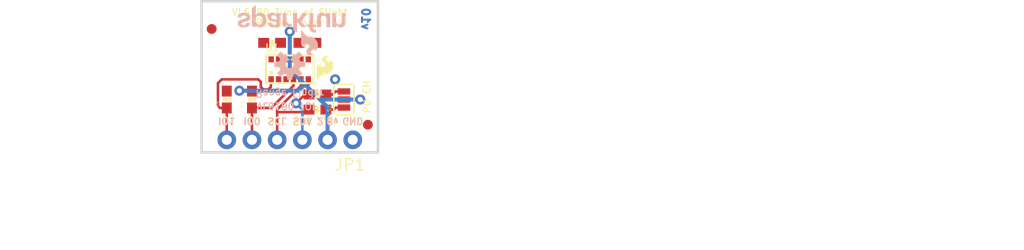
<source format=kicad_pcb>
(kicad_pcb (version 20211014) (generator pcbnew)
  (layers (0 "F.Cu" signal) (31 "B.Cu" signal) (34 "B.Paste" user) (35 "F.Paste" user) (36 "B.SilkS" user "B.Silkscreen") (37 "F.SilkS" user "F.Silkscreen") (38 "B.Mask" user) (39 "F.Mask" user) (44 "Edge.Cuts" user))
  (net 0 "")
  (net 1 "GPIO0")
  (net 2 "SCL")
  (net 3 "SDA")
  (net 4 "GPIO1")
  (net 5 "GND")
  (net 6 "2.8V")
  (net 7 "N$1")
  (net 8 "N$2")
  (footprint "boardEagle:0603-CAP" (layer "F.Cu") (at 150.2791 101.5746)
    (fp_text reference "C1" (at -0.889 -0.762) (layer "F.SilkS") (effects (font (size 0.373888 0.373888) (thickness 0.032512)) (justify left bottom)))
    (fp_text value "4.7uF")
    (fp_line (start 0 -0.0305) (end 0 0.0305) (layer "F.SilkS") (width 0.5588))
    (pad "1" smd rect (at -0.85 0) (size 1.1 1) (layers "F.Cu" "F.Paste" "F.Mask") (net 6 "2.8V"))
    (pad "2" smd rect (at 0.85 0) (size 1.1 1) (layers "F.Cu" "F.Paste" "F.Mask") (net 5 "GND"))
  )
  (footprint "boardEagle:STAND-OFF" (layer "F.Cu") (at 154.8511 102.4636)
    (fp_text reference "STANDOFF2" hide)
    (fp_text value "STAND-OFF" hide)
    (pad "" np_thru_hole circle (at 0 0) (size 3.302 3.302) (drill 3.302) (layers *.Cu *.Mask))
  )
  (footprint "boardEagle:PAD-JUMPER-3-NC_BY_PASTE_YES_SILK_FULL_BOX" (layer "F.Cu") (at 153.9621 107.2896 90)
    (fp_text reference "SJ1" (at -1.27 -1.27 90) (layer "F.SilkS") (effects (font (size 0.373888 0.373888) (thickness 0.032512)) (justify left bottom)))
    (fp_text value "")
    (fp_line (start -1.27 -1.016) (end 1.27 -1.016) (layer "F.SilkS") (width 0.1524))
    (fp_line (start 1.27 1.016) (end -1.27 1.016) (layer "F.SilkS") (width 0.1524))
    (fp_line (start 1.524 0.762) (end 1.524 -0.762) (layer "F.SilkS") (width 0.1524))
    (fp_line (start -1.524 0.762) (end -1.524 -0.762) (layer "F.SilkS") (width 0.1524))
    (fp_arc (start -1.524 -0.762) (mid -1.449605 -0.941605) (end -1.27 -1.016) (layer "F.SilkS") (width 0.1524))
    (fp_arc (start -1.27 1.016) (mid -1.449605 0.941605) (end -1.524 0.762) (layer "F.SilkS") (width 0.1524))
    (fp_arc (start 1.27 -1.016) (mid 1.449605 -0.941605) (end 1.524 -0.762) (layer "F.SilkS") (width 0.1524))
    (fp_arc (start 1.524 0.762) (mid 1.449605 0.941605) (end 1.27 1.016) (layer "F.SilkS") (width 0.1524))
    (pad "1" smd rect (at -0.8128 0 90) (size 0.635 1.27) (layers "F.Cu" "F.Mask") (net 7 "N$1"))
    (pad "2" smd rect (at 0 0 90) (size 0.635 1.27) (layers "F.Cu" "F.Mask") (net 6 "2.8V"))
    (pad "3" smd rect (at 0.8128 0 90) (size 0.635 1.27) (layers "F.Cu" "F.Mask") (net 8 "N$2"))
  )
  (footprint "boardEagle:CREATIVE_COMMONS" (layer "F.Cu") (at 139.6111 122.1236)
    (fp_text reference "FRAME1" hide)
    (fp_text value "FRAME-LETTER" hide)
  )
  (footprint "boardEagle:VL6180" (layer "F.Cu") (at 148.5011 104.2416)
    (fp_text reference "U1" (at -2.54 -1.778) (layer "F.SilkS") (effects (font (size 0.69088 0.69088) (thickness 0.12192)) (justify left bottom)))
    (fp_text value "VL6180")
    (fp_line (start -2.4 1.4) (end -2.4 -1.4) (layer "F.SilkS") (width 0.2032))
    (fp_line (start 2.4 1.4) (end -2.4 1.4) (layer "F.SilkS") (width 0.2032))
    (fp_line (start 2.4 -1.4) (end 2.4 1.4) (layer "F.SilkS") (width 0.2032))
    (fp_line (start -2.4 -1.4) (end 2.4 -1.4) (layer "F.SilkS") (width 0.2032))
    (fp_circle (center -1.905 0.381) (end -1.778 0.381) (layer "F.SilkS") (width 0.2032) (fill none))
    (pad "1" smd rect (at -1.875 1) (size 0.55 0.6) (layers "F.Cu" "F.Mask") (net 4 "GPIO1"))
    (pad "2" smd rect (at -1.125 1) (size 0.55 0.6) (layers "F.Cu" "F.Mask"))
    (pad "3" smd rect (at -0.375 1) (size 0.55 0.6) (layers "F.Cu" "F.Mask"))
    (pad "4" smd rect (at 0.375 1) (size 0.55 0.6) (layers "F.Cu" "F.Mask") (net 1 "GPIO0"))
    (pad "5" smd rect (at 1.125 1) (size 0.55 0.6) (layers "F.Cu" "F.Mask") (net 2 "SCL"))
    (pad "6" smd rect (at 1.875 1) (size 0.55 0.6) (layers "F.Cu" "F.Mask") (net 3 "SDA"))
    (pad "7" smd rect (at 1.875 -1) (size 0.55 0.6) (layers "F.Cu" "F.Mask"))
    (pad "8" smd rect (at 1.125 -1) (size 0.55 0.6) (layers "F.Cu" "F.Mask") (net 6 "2.8V"))
    (pad "9" smd rect (at 0.375 -1) (size 0.55 0.6) (layers "F.Cu" "F.Mask") (net 5 "GND"))
    (pad "10" smd rect (at -0.375 -1) (size 0.55 0.6) (layers "F.Cu" "F.Mask") (net 6 "2.8V"))
    (pad "11" smd rect (at -1.125 -1) (size 0.55 0.6) (layers "F.Cu" "F.Mask"))
    (pad "12" smd rect (at -1.875 -1) (size 0.55 0.6) (layers "F.Cu" "F.Mask") (net 5 "GND"))
  )
  (footprint "boardEagle:0603-RES" (layer "F.Cu") (at 151.2951 108.3056)
    (fp_text reference "R2" (at -0.889 -0.762) (layer "F.SilkS") (effects (font (size 0.373888 0.373888) (thickness 0.032512)) (justify left bottom)))
    (fp_text value "2.2k")
    (fp_poly (pts (xy -0.2286 0.381) (xy 0.2286 0.381) (xy 0.2286 -0.381) (xy -0.2286 -0.381)) (layer "F.SilkS") (width 0) (fill solid))
    (pad "1" smd rect (at -0.85 0) (size 1.1 1) (layers "F.Cu" "F.Paste" "F.Mask") (net 2 "SCL"))
    (pad "2" smd rect (at 0.85 0) (size 1.1 1) (layers "F.Cu" "F.Paste" "F.Mask") (net 7 "N$1"))
  )
  (footprint "boardEagle:0603-RES" (layer "F.Cu") (at 151.2951 106.7816)
    (fp_text reference "R3" (at -0.889 -0.762) (layer "F.SilkS") (effects (font (size 0.373888 0.373888) (thickness 0.032512)) (justify left bottom)))
    (fp_text value "2.2k")
    (fp_poly (pts (xy -0.2286 0.381) (xy 0.2286 0.381) (xy 0.2286 -0.381) (xy -0.2286 -0.381)) (layer "F.SilkS") (width 0) (fill solid))
    (pad "1" smd rect (at -0.85 0) (size 1.1 1) (layers "F.Cu" "F.Paste" "F.Mask") (net 3 "SDA"))
    (pad "2" smd rect (at 0.85 0) (size 1.1 1) (layers "F.Cu" "F.Paste" "F.Mask") (net 8 "N$2"))
  )
  (footprint "boardEagle:SFE_LOGO_FLAME_.1" (layer "F.Cu") (at 150.9141 105.7656)
    (fp_text reference "U$2" hide)
    (fp_text value "" hide)
    (fp_poly (pts (xy 1.4 -2.87) (xy 1.54 -2.8) (xy 1.58 -2.77) (xy 1.59 -2.76) (xy 1.58 -2.76) (xy 1.56 -2.77) (xy 1.5 -2.77) (xy 1.46 -2.76) (xy 1.41 -2.75) (xy 1.37 -2.73) (xy 1.33 -2.7) (xy 1.31 -2.67) (xy 1.3 -2.65) (xy 1.29 -2.62) (xy 1.29 -2.56) (xy 1.3 -2.52) (xy 1.34 -2.46) (xy 1.4 -2.4) (xy 1.44 -2.37) (xy 1.47 -2.35) (xy 1.51 -2.33) (xy 1.59 -2.31) (xy 1.62 -2.31) (xy 1.65 -2.32) (xy 1.68 -2.35) (xy 1.69 -2.37) (xy 1.7 -2.4) (xy 1.7 -2.49) (xy 1.78 -2.44) (xy 1.86 -2.35) (xy 1.93 -2.24) (xy 1.98 -2.09) (xy 2.01 -1.93) (xy 2 -1.76) (xy 1.95 -1.57) (xy 1.85 -1.39) (xy 1.78 -1.3) (xy 1.7 -1.22) (xy 1.62 -1.15) (xy 1.52 -1.09) (xy 1.42 -1.05) (xy 1.31 -1.02) (xy 1.19 -1) (xy 1 -1) (xy 0.94 -0.99) (xy 0.84 -0.93) (xy 0.74 -0.83) (xy 0.62 -0.69) (xy 0.5 -0.57) (xy 0.45 -0.51) (xy 0.4 -0.46) (xy 0.37 -0.41) (xy 0.32 -0.36) (xy 0.32 -1.73) (xy 0.33 -1.81) (xy 0.35 -1.88) (xy 0.41 -1.98) (xy 0.46 -2.02) (xy 0.5 -2.05) (xy 0.55 -2.07) (xy 0.6 -2.08) (xy 0.66 -2.09) (xy 0.78 -2.09) (xy 0.82 -2.07) (xy 0.81 -2.06) (xy 0.77 -2.04) (xy 0.74 -2.03) (xy 0.68 -1.97) (xy 0.67 -1.94) (xy 0.67 -1.9) (xy 0.68 -1.87) (xy 0.7 -1.84) (xy 0.76 -1.78) (xy 0.81 -1.76) (xy 0.86 -1.75) (xy 0.94 -1.75) (xy 1.02 -1.77) (xy 1.08 -1.81) (xy 1.12 -1.86) (xy 1.14 -1.92) (xy 1.14 -1.99) (xy 1.11 -2.07) (xy 1.04 -2.14) (xy 0.96 -2.23) (xy 0.89 -2.31) (xy 0.84 -2.4) (xy 0.82 -2.49) (xy 0.82 -2.57) (xy 0.85 -2.66) (xy 0.9 -2.74) (xy 0.99 -2.81) (xy 1.1 -2.87) (xy 1.21 -2.89) (xy 1.31 -2.89)) (layer "F.SilkS") (width 0) (fill solid))
  )
  (footprint "boardEagle:0603-RES" (layer "F.Cu") (at 144.6911 107.2896 90)
    (fp_text reference "R1" (at -0.889 -0.762 90) (layer "F.SilkS") (effects (font (size 0.373888 0.373888) (thickness 0.032512)) (justify left bottom)))
    (fp_text value "47K")
    (fp_poly (pts (xy -0.2286 0.381) (xy 0.2286 0.381) (xy 0.2286 -0.381) (xy -0.2286 -0.381)) (layer "F.SilkS") (width 0) (fill solid))
    (pad "1" smd rect (at -0.85 0 90) (size 1.1 1) (layers "F.Cu" "F.Paste" "F.Mask") (net 1 "GPIO0"))
    (pad "2" smd rect (at 0.85 0 90) (size 1.1 1) (layers "F.Cu" "F.Paste" "F.Mask") (net 6 "2.8V"))
  )
  (footprint "boardEagle:FIDUCIAL-1X2" (layer "F.Cu") (at 156.3751 109.8296)
    (fp_text reference "FID1" hide)
    (fp_text value "FIDUCIAL1X2" hide)
    (pad "1" smd roundrect (at 0 0) (size 1 1) (layers "F.Cu" "F.Mask") (roundrect_rratio 0.5))
  )
  (footprint "boardEagle:0603-RES" (layer "F.Cu") (at 142.1511 107.2896 90)
    (fp_text reference "R4" (at -0.889 -0.762 90) (layer "F.SilkS") (effects (font (size 0.373888 0.373888) (thickness 0.032512)) (justify left bottom)))
    (fp_text value "47K")
    (fp_poly (pts (xy -0.2286 0.381) (xy 0.2286 0.381) (xy 0.2286 -0.381) (xy -0.2286 -0.381)) (layer "F.SilkS") (width 0) (fill solid))
    (pad "1" smd rect (at -0.85 0 90) (size 1.1 1) (layers "F.Cu" "F.Paste" "F.Mask") (net 4 "GPIO1"))
    (pad "2" smd rect (at 0.85 0 90) (size 1.1 1) (layers "F.Cu" "F.Paste" "F.Mask") (net 6 "2.8V"))
  )
  (footprint "boardEagle:FIDUCIAL-1X2" (layer "F.Cu") (at 140.6271 100.1776)
    (fp_text reference "FID2" hide)
    (fp_text value "FIDUCIAL1X2" hide)
    (pad "1" smd roundrect (at 0 0) (size 1 1) (layers "F.Cu" "F.Mask") (roundrect_rratio 0.5))
  )
  (footprint "boardEagle:1X06" (layer "F.Cu") (at 154.8511 111.3536 180)
    (fp_text reference "JP1" (at -1.3462 -1.8288 180) (layer "F.SilkS") (effects (font (size 1.143 1.143) (thickness 0.127)) (justify right top)))
    (fp_text value "")
    (pad "1" thru_hole circle (at 0 0 270) (size 1.8796 1.8796) (drill 1.016) (layers *.Cu *.Mask) (net 5 "GND"))
    (pad "2" thru_hole circle (at 2.54 0 270) (size 1.8796 1.8796) (drill 1.016) (layers *.Cu *.Mask) (net 6 "2.8V"))
    (pad "3" thru_hole circle (at 5.08 0 270) (size 1.8796 1.8796) (drill 1.016) (layers *.Cu *.Mask) (net 3 "SDA"))
    (pad "4" thru_hole circle (at 7.62 0 270) (size 1.8796 1.8796) (drill 1.016) (layers *.Cu *.Mask) (net 2 "SCL"))
    (pad "5" thru_hole circle (at 10.16 0 270) (size 1.8796 1.8796) (drill 1.016) (layers *.Cu *.Mask) (net 1 "GPIO0"))
    (pad "6" thru_hole circle (at 12.7 0 270) (size 1.8796 1.8796) (drill 1.016) (layers *.Cu *.Mask) (net 4 "GPIO1"))
  )
  (footprint "boardEagle:STAND-OFF" (layer "F.Cu") (at 142.1511 102.4636)
    (fp_text reference "STANDOFF1" hide)
    (fp_text value "STAND-OFF" hide)
    (pad "" np_thru_hole circle (at 0 0) (size 3.302 3.302) (drill 3.302) (layers *.Cu *.Mask))
  )
  (footprint "boardEagle:0603-CAP" (layer "F.Cu") (at 146.7231 101.5746 180)
    (fp_text reference "C2" (at -0.889 -0.762 180) (layer "F.SilkS") (effects (font (size 0.373888 0.373888) (thickness 0.032512)) (justify right top)))
    (fp_text value "0.1uF")
    (fp_line (start 0 -0.0305) (end 0 0.0305) (layer "F.SilkS") (width 0.5588))
    (pad "1" smd rect (at -0.85 0 180) (size 1.1 1) (layers "F.Cu" "F.Paste" "F.Mask") (net 6 "2.8V"))
    (pad "2" smd rect (at 0.85 0 180) (size 1.1 1) (layers "F.Cu" "F.Paste" "F.Mask") (net 5 "GND"))
  )
  (footprint "boardEagle:SFE_LOGO_NAME_FLAME_.1" (layer "B.Cu") (at 142.7861 97.6376)
    (fp_text reference "LOGO1" hide)
    (fp_text value "SFE_LOGO_NAME_FLAME.1_INCH" hide)
    (fp_poly (pts (xy 1.31 2.37) (xy 1.41 2.34) (xy 1.5 2.3) (xy 1.58 2.24) (xy 1.64 2.16) (xy 1.69 2.06) (xy 1.71 1.94) (xy 1.34 1.94) (xy 1.33 1.99) (xy 1.31 2.04) (xy 1.29 2.07) (xy 1.26 2.09) (xy 1.22 2.11) (xy 1.17 2.13) (xy 1 2.13) (xy 0.97 2.12) (xy 0.93 2.11) (xy 0.9 2.1) (xy 0.86 2.04) (xy 0.86 2) (xy 0.87 1.96) (xy 0.9 1.92) (xy 0.94 1.89) (xy 1 1.86) (xy 1.06 1.84) (xy 1.14 1.83) (xy 1.38 1.77) (xy 1.47 1.75) (xy 1.61 1.67) (xy 1.67 1.62) (xy 1.71 1.56) (xy 1.74 1.49) (xy 1.75 1.4) (xy 1.73 1.27) (xy 1.69 1.16) (xy 1.63 1.08) (xy 1.55 1.01) (xy 1.45 0.96) (xy 1.34 0.93) (xy 1.22 0.91) (xy 1.1 0.9) (xy 0.98 0.91) (xy 0.86 0.93) (xy 0.75 0.96) (xy 0.65 1.01) (xy 0.57 1.08) (xy 0.5 1.17) (xy 0.46 1.27) (xy 0.44 1.4) (xy 0.81 1.4) (xy 0.81 1.34) (xy 0.83 1.29) (xy 0.86 1.25) (xy 0.94 1.19) (xy 1 1.18) (xy 1.05 1.17) (xy 1.11 1.16) (xy 1.15 1.17) (xy 1.19 1.17) (xy 1.23 1.18) (xy 1.27 1.2) (xy 1.31 1.23) (xy 1.34 1.26) (xy 1.36 1.34) (xy 1.35 1.38) (xy 1.33 1.42) (xy 1.29 1.45) (xy 1.24 1.48) (xy 1.18 1.5) (xy 1.02 1.54) (xy 0.92 1.56) (xy 0.83 1.58) (xy 0.75 1.61) (xy 0.68 1.64) (xy 0.61 1.68) (xy 0.55 1.72) (xy 0.51 1.78) (xy 0.48 1.85) (xy 0.47 1.94) (xy 0.48 2.06) (xy 0.52 2.16) (xy 0.59 2.24) (xy 0.66 2.3) (xy 0.76 2.35) (xy 0.86 2.37) (xy 0.97 2.39) (xy 1.2 2.39)) (layer "B.SilkS") (width 0) (fill solid))
    (fp_poly (pts (xy 8.85 1.56) (xy 8.87 1.4) (xy 8.88 1.34) (xy 8.94 1.26) (xy 8.99 1.23) (xy 9.04 1.22) (xy 9.1 1.21) (xy 9.18 1.22) (xy 9.24 1.23) (xy 9.29 1.26) (xy 9.33 1.3) (xy 9.36 1.36) (xy 9.39 1.43) (xy 9.4 1.51) (xy 9.4 2.36) (xy 9.79 2.36) (xy 9.79 0.94) (xy 9.42 0.94) (xy 9.42 1.14) (xy 9.41 1.14) (xy 9.37 1.08) (xy 9.33 1.03) (xy 9.28 0.99) (xy 9.22 0.96) (xy 9.17 0.94) (xy 9.11 0.92) (xy 9.04 0.91) (xy 8.98 0.9) (xy 8.84 0.91) (xy 8.73 0.95) (xy 8.64 1) (xy 8.57 1.06) (xy 8.52 1.15) (xy 8.49 1.25) (xy 8.47 1.36) (xy 8.47 2.36) (xy 8.85 2.36)) (layer "B.SilkS") (width 0) (fill solid))
    (fp_poly (pts (xy 10.95 2.38) (xy 11.06 2.35) (xy 11.15 2.3) (xy 11.22 2.23) (xy 11.27 2.15) (xy 11.3 2.05) (xy 11.32 1.94) (xy 11.33 1.81) (xy 11.33 0.94) (xy 10.94 0.94) (xy 10.94 1.74) (xy 10.93 1.82) (xy 10.92 1.89) (xy 10.91 1.95) (xy 10.88 2) (xy 10.85 2.04) (xy 10.8 2.07) (xy 10.75 2.08) (xy 10.69 2.09) (xy 10.61 2.08) (xy 10.55 2.07) (xy 10.5 2.04) (xy 10.46 1.99) (xy 10.43 1.94) (xy 10.4 1.87) (xy 10.39 1.78) (xy 10.39 0.94) (xy 10 0.94) (xy 10 2.36) (xy 10.37 2.36) (xy 10.37 2.16) (xy 10.38 2.16) (xy 10.42 2.22) (xy 10.46 2.26) (xy 10.51 2.3) (xy 10.57 2.34) (xy 10.69 2.38) (xy 10.75 2.39) (xy 10.81 2.39)) (layer "B.SilkS") (width 0) (fill solid))
    (fp_poly (pts (xy 4.32 2.38) (xy 4.38 2.38) (xy 4.43 2.37) (xy 4.48 2.35) (xy 4.53 2.34) (xy 4.58 2.32) (xy 4.7 2.23) (xy 4.73 2.19) (xy 4.75 2.15) (xy 4.77 2.1) (xy 4.78 2.05) (xy 4.78 1.18) (xy 4.79 1.16) (xy 4.79 1.07) (xy 4.8 1.05) (xy 4.8 1.03) (xy 4.81 1.01) (xy 4.81 0.98) (xy 4.82 0.96) (xy 4.83 0.95) (xy 4.83 0.94) (xy 4.44 0.94) (xy 4.44 0.95) (xy 4.43 0.96) (xy 4.43 0.97) (xy 4.42 0.98) (xy 4.42 1.01) (xy 4.41 1.02) (xy 4.41 1.08) (xy 4.39 1.05) (xy 4.36 1.03) (xy 4.34 1.01) (xy 4.31 0.99) (xy 4.28 0.98) (xy 4.25 0.96) (xy 4.13 0.92) (xy 4.1 0.92) (xy 4.07 0.91) (xy 4.03 0.91) (xy 4 0.9) (xy 3.89 0.9) (xy 3.84 0.91) (xy 3.79 0.91) (xy 3.75 0.92) (xy 3.7 0.94) (xy 3.66 0.96) (xy 3.63 0.98) (xy 3.59 1) (xy 3.56 1.03) (xy 3.54 1.06) (xy 3.51 1.1) (xy 3.49 1.13) (xy 3.48 1.18) (xy 3.46 1.22) (xy 3.46 1.27) (xy 3.45 1.32) (xy 3.47 1.43) (xy 3.5 1.52) (xy 3.54 1.59) (xy 3.61 1.65) (xy 3.68 1.69) (xy 3.76 1.72) (xy 3.84 1.74) (xy 3.93 1.75) (xy 4.01 1.54) (xy 3.98 1.53) (xy 3.96 1.52) (xy 3.95 1.51) (xy 3.91 1.49) (xy 3.9 1.48) (xy 3.88 1.47) (xy 3.85 1.41) (xy 3.85 1.39) (xy 3.84 1.37) (xy 3.84 1.32) (xy 3.85 1.29) (xy 3.85 1.27) (xy 3.86 1.25) (xy 3.87 1.24) (xy 3.88 1.22) (xy 3.9 1.21) (xy 3.91 1.2) (xy 3.95 1.18) (xy 3.97 1.18) (xy 3.99 1.17) (xy 4.01 1.17) (xy 4.03 1.16) (xy 4.08 1.16) (xy 4.13 1.17) (xy 4.18 1.17) (xy 4.22 1.19) (xy 4.26 1.2) (xy 4.29 1.22) (xy 4.31 1.24) (xy 4.33 1.27) (xy 4.35 1.29) (xy 4.37 1.35) (xy 4.38 1.37) (xy 4.39 1.4) (xy 4.39 1.63) (xy 4.37 1.61) (xy 4.35 1.61) (xy 4.31 1.59) (xy 4.29 1.59) (xy 4.27 1.58) (xy 4.23 1.58) (xy 4.18 1.78) (xy 4.25 1.8) (xy 4.31 1.82) (xy 4.36 1.85) (xy 4.39 1.89) (xy 4.39 2) (xy 4.36 2.06) (xy 4.35 2.07) (xy 4.34 2.09) (xy 4.28 2.12) (xy 4.26 2.12) (xy 4.24 2.13) (xy 4.06 2.13) (xy 3.96 2.08) (xy 3.92 2.04) (xy 3.91 2.02) (xy 3.9 1.99) (xy 3.89 1.97) (xy 3.89 1.92) (xy 3.5 1.92) (xy 3.52 2.04) (xy 3.54 2.1) (xy 3.57 2.14) (xy 3.6 2.19) (xy 3.63 2.23) (xy 3.67 2.26) (xy 3.77 2.32) (xy 3.82 2.34) (xy 3.87 2.35) (xy 3.93 2.37) (xy 3.99 2.38) (xy 4.04 2.39) (xy 4.27 2.39)) (layer "B.SilkS") (width 0) (fill solid))
    (fp_poly (pts (xy 4.23 1.58) (xy 4.21 1.57) (xy 4.19 1.57) (xy 4.16 1.56) (xy 4.12 1.56) (xy 4.09 1.55) (xy 4.05 1.55) (xy 4.03 1.54) (xy 4.01 1.54) (xy 3.93 1.75) (xy 4.11 1.77) (xy 4.18 1.78)) (layer "B.SilkS") (width 0) (fill solid))
    (fp_poly (pts (xy 5.9 2.38) (xy 5.91 2.38) (xy 5.91 2.02) (xy 5.9 2.02) (xy 5.88 2.03) (xy 5.77 2.03) (xy 5.67 2.02) (xy 5.59 2) (xy 5.52 1.96) (xy 5.47 1.9) (xy 5.43 1.83) (xy 5.41 1.76) (xy 5.39 1.67) (xy 5.39 0.94) (xy 5 0.94) (xy 5 2.29) (xy 5.05 2.3) (xy 5.09 2.31) (xy 5.14 2.31) (xy 5.19 2.32) (xy 5.23 2.33) (xy 5.33 2.35) (xy 5.37 2.36) (xy 5.37 2.09) (xy 5.41 2.16) (xy 5.45 2.21) (xy 5.5 2.27) (xy 5.55 2.31) (xy 5.62 2.35) (xy 5.68 2.37) (xy 5.75 2.39) (xy 5.89 2.39)) (layer "B.SilkS") (width 0) (fill solid))
    (fp_poly (pts (xy 3.34 1.63) (xy 3.33 1.49) (xy 3.3 1.36) (xy 3.25 1.24) (xy 2.91 1.4) (xy 2.94 1.48) (xy 2.95 1.56) (xy 2.95 1.64)) (layer "B.SilkS") (width 0) (fill solid))
    (fp_poly (pts (xy 8.37 2.88) (xy 8.37 2.6) (xy 8.2 2.6) (xy 8.16 2.59) (xy 8.12 2.57) (xy 8.1 2.54) (xy 8.09 2.52) (xy 8.09 2.48) (xy 8.08 2.44) (xy 8.08 2.36) (xy 8.35 2.36) (xy 8.35 2.1) (xy 8.08 2.1) (xy 8.08 0.94) (xy 7.7 0.94) (xy 7.7 2.1) (xy 7.31 2.1) (xy 7.35 2.13) (xy 7.51 2.29) (xy 7.55 2.32) (xy 7.58 2.36) (xy 7.7 2.36) (xy 7.7 2.56) (xy 7.73 2.64) (xy 7.76 2.71) (xy 7.81 2.77) (xy 7.88 2.82) (xy 7.96 2.86) (xy 8.06 2.89) (xy 8.35 2.89)) (layer "B.SilkS") (width 0) (fill solid))
    (fp_poly (pts (xy 6.45 1.85) (xy 6.94 2.36) (xy 7.4 2.36) (xy 6.87 1.84) (xy 7.46 0.94) (xy 6.99 0.94) (xy 6.6 1.57) (xy 6.45 1.43) (xy 6.45 0.94) (xy 6.06 0.94) (xy 6.06 2.68) (xy 6.45 2.89)) (layer "B.SilkS") (width 0) (fill solid))
    (fp_poly (pts (xy 7.95 5.16) (xy 8.03 5.13) (xy 8.09 5.1) (xy 8.13 5.07) (xy 8.14 5.06) (xy 8.11 5.06) (xy 8.08 5.07) (xy 8.05 5.07) (xy 8.01 5.06) (xy 7.96 5.05) (xy 7.92 5.03) (xy 7.88 5) (xy 7.86 4.97) (xy 7.85 4.94) (xy 7.84 4.92) (xy 7.83 4.89) (xy 7.84 4.86) (xy 7.85 4.82) (xy 7.87 4.79) (xy 7.89 4.75) (xy 7.92 4.72) (xy 7.95 4.7) (xy 7.99 4.67) (xy 8.02 4.65) (xy 8.1 4.61) (xy 8.17 4.61) (xy 8.2 4.62) (xy 8.23 4.64) (xy 8.25 4.7) (xy 8.25 4.78) (xy 8.33 4.74) (xy 8.41 4.65) (xy 8.48 4.53) (xy 8.53 4.39) (xy 8.56 4.23) (xy 8.55 4.05) (xy 8.5 3.87) (xy 8.4 3.69) (xy 8.33 3.6) (xy 8.25 3.52) (xy 8.17 3.45) (xy 8.07 3.39) (xy 7.97 3.35) (xy 7.86 3.32) (xy 7.74 3.3) (xy 7.55 3.3) (xy 7.49 3.29) (xy 7.44 3.26) (xy 7.34 3.18) (xy 7.29 3.12) (xy 7.16 2.99) (xy 7.11 2.92) (xy 7.05 2.86) (xy 7 2.8) (xy 6.95 2.75) (xy 6.92 2.71) (xy 6.89 2.68) (xy 6.87 2.65) (xy 6.86 2.65) (xy 6.86 3.93) (xy 6.88 4.11) (xy 6.9 4.17) (xy 6.93 4.23) (xy 6.96 4.28) (xy 7.01 4.31) (xy 7.05 4.34) (xy 7.15 4.38) (xy 7.21 4.39) (xy 7.29 4.39) (xy 7.33 4.38) (xy 7.35 4.38) (xy 7.37 4.37) (xy 7.36 4.36) (xy 7.32 4.34) (xy 7.29 4.33) (xy 7.25 4.29) (xy 7.23 4.26) (xy 7.22 4.23) (xy 7.22 4.2) (xy 7.23 4.17) (xy 7.25 4.13) (xy 7.28 4.1) (xy 7.31 4.08) (xy 7.36 4.06) (xy 7.41 4.05) (xy 7.49 4.05) (xy 7.57 4.07) (xy 7.63 4.11) (xy 7.67 4.16) (xy 7.69 4.22) (xy 7.69 4.29) (xy 7.66 4.36) (xy 7.59 4.44) (xy 7.51 4.53) (xy 7.44 4.61) (xy 7.39 4.7) (xy 7.37 4.79) (xy 7.37 4.87) (xy 7.4 4.96) (xy 7.45 5.03) (xy 7.54 5.11) (xy 7.65 5.17) (xy 7.76 5.19) (xy 7.86 5.19)) (layer "B.SilkS") (width 0) (fill solid))
    (fp_poly (pts (xy 2.85 2.38) (xy 2.99 2.33) (xy 3.1 2.26) (xy 3.19 2.16) (xy 3.26 2.05) (xy 3.3 1.92) (xy 3.33 1.78) (xy 3.34 1.63) (xy 2.95 1.64) (xy 2.95 1.73) (xy 2.94 1.81) (xy 2.91 1.89) (xy 2.88 1.96) (xy 2.83 2.02) (xy 2.77 2.06) (xy 2.7 2.09) (xy 2.61 2.1) (xy 2.53 2.09) (xy 2.45 2.06) (xy 2.4 2.02) (xy 2.35 1.96) (xy 2.32 1.89) (xy 2.29 1.81) (xy 2.28 1.73) (xy 2.28 1.56) (xy 2.32 1.4) (xy 2.35 1.33) (xy 2.4 1.28) (xy 2.46 1.23) (xy 2.53 1.21) (xy 2.62 1.2) (xy 2.7 1.21) (xy 2.78 1.23) (xy 2.84 1.28) (xy 2.88 1.33) (xy 2.91 1.4) (xy 3.25 1.24) (xy 3.19 1.13) (xy 3.1 1.04) (xy 2.99 0.96) (xy 2.87 0.92) (xy 2.72 0.9) (xy 2.54 0.93) (xy 2.48 0.96) (xy 2.38 1.02) (xy 2.3 1.12) (xy 2.29 1.12) (xy 2.29 0.1) (xy 2.2 0.19) (xy 2.05 0.31) (xy 1.96 0.4) (xy 1.91 0.44) (xy 1.91 2.29) (xy 1.95 2.3) (xy 2 2.31) (xy 2.05 2.31) (xy 2.09 2.32) (xy 2.14 2.33) (xy 2.18 2.34) (xy 2.28 2.36) (xy 2.28 2.18) (xy 2.32 2.23) (xy 2.36 2.27) (xy 2.41 2.31) (xy 2.51 2.37) (xy 2.63 2.39) (xy 2.7 2.39)) (layer "B.SilkS") (width 0) (fill solid))
  )
  (footprint "boardEagle:OSHW-LOGO-S" (layer "B.Cu") (at 148.5011 103.7336)
    (fp_text reference "LOGO2" hide)
    (fp_text value "OSHW-LOGOS" hide)
    (fp_poly (pts (xy 0.301647 1.061351) (xy 0.42347 1.022344) (xy 0.537177 0.963769) (xy 0.92862 1.282946) (xy 1.282946 0.92862) (xy 0.961035 0.533823) (xy 1.057046 0.302084) (xy 1.5638 0.250561) (xy 1.5638 -0.250561) (xy 1.057046 -0.302084) (xy 0.961035 -0.533823) (xy 1.282946 -0.92862) (xy 0.92862 -1.282946) (xy 0.537177 -0.96377) (xy 0.356601 -1.056794) (xy 0.088679 -0.410073) (xy 0.326262 -0.2176) (xy 0.373649 -0.121468) (xy 0.392729 -0.010339) (xy 0.379464 0.101634) (xy 0.334947 0.205229) (xy 0.262842 0.291918) (xy 0.169087 0.354561) (xy 0.061406 0.387999) (xy -0.051342 0.38948) (xy -0.159868 0.358881) (xy -0.255234 0.298724) (xy -0.329589 0.213962) (xy -0.376813 0.111569) (xy -0.392176 0.005767) (xy -0.322923 -0.222565) (xy -0.249312 -0.303773) (xy 0.091677 -0.5081) (xy -0.12929 -0.5081) (xy -0.355332 -1.053732) (xy -0.506597 -0.983577) (xy -0.538922 -0.965192) (xy -0.92862 -1.282946) (xy -1.282946 -0.92862) (xy -0.961035 -0.533823) (xy -1.057046 -0.302084) (xy -1.5638 -0.250561) (xy -1.5638 0.250561) (xy -1.057046 0.302084) (xy -0.961035 0.533823) (xy -1.282946 0.92862) (xy -0.92862 1.282946) (xy -0.533823 0.961035) (xy -0.302084 1.057046) (xy -0.250561 1.5638) (xy 0.250561 1.5638)) (layer "B.SilkS") (width 0) (fill solid))
  )
  (gr_line (start 139.6111 97.3836) (end 139.6111 112.6236) (layer "Edge.Cuts") (width 0.254))
  (gr_line (start 139.6111 112.6236) (end 157.3911 112.6236) (layer "Edge.Cuts") (width 0.254))
  (gr_line (start 157.3911 112.6236) (end 157.3911 97.3836) (layer "Edge.Cuts") (width 0.254))
  (gr_line (start 157.3911 97.3836) (end 139.6111 97.3836) (layer "Edge.Cuts") (width 0.254))
  (gr_text "v10" (at 156.6291 99.1616 -90) (layer "B.Cu") (effects (font (size 0.8128 0.8128) (thickness 0.2032)) (justify top mirror)))
  (gr_text "SCL" (at 147.2311 109.0676 -180) (layer "B.SilkS") (effects (font (size 0.69088 0.69088) (thickness 0.12192)) (justify bottom mirror)))
  (gr_text "IO1" (at 142.1511 109.0676 -180) (layer "B.SilkS") (effects (font (size 0.69088 0.69088) (thickness 0.12192)) (justify bottom mirror)))
  (gr_text "IO0" (at 144.6911 109.0676 -180) (layer "B.SilkS") (effects (font (size 0.69088 0.69088) (thickness 0.12192)) (justify bottom mirror)))
  (gr_text "Range Finder" (at 148.5011 106.2736 -180) (layer "B.SilkS") (effects (font (size 0.69088 0.69088) (thickness 0.12192)) (justify bottom mirror)))
  (gr_text "GND" (at 154.8511 109.0676 -180) (layer "B.SilkS") (effects (font (size 0.69088 0.69088) (thickness 0.12192)) (justify bottom mirror)))
  (gr_text "2.8v" (at 152.3111 109.0676 -180) (layer "B.SilkS") (effects (font (size 0.69088 0.69088) (thickness 0.12192)) (justify bottom mirror)))
  (gr_text "VL6180 TOF " (at 148.5011 107.5436 -180) (layer "B.SilkS") (effects (font (size 0.69088 0.69088) (thickness 0.12192)) (justify bottom mirror)))
  (gr_text "SDA" (at 149.7711 109.0676 -180) (layer "B.SilkS") (effects (font (size 0.69088 0.69088) (thickness 0.12192)) (justify bottom mirror)))
  (gr_text "VL6180 Time of Flight" (at 148.5011 98.9076) (layer "F.SilkS") (effects (font (size 0.69088 0.69088) (thickness 0.12192)) (justify bottom)))
  (gr_text "2.8v" (at 152.3111 109.8296) (layer "F.SilkS") (effects (font (size 0.69088 0.69088) (thickness 0.12192)) (justify bottom)))
  (gr_text "IO1" (at 142.1511 109.8296) (layer "F.SilkS") (effects (font (size 0.69088 0.69088) (thickness 0.12192)) (justify bottom)))
  (gr_text "PU EN" (at 155.8671 107.0356 90) (layer "F.SilkS") (effects (font (size 0.69088 0.69088) (thickness 0.12192)) (justify top)))
  (gr_text "SCL" (at 147.2311 109.8296) (layer "F.SilkS") (effects (font (size 0.69088 0.69088) (thickness 0.12192)) (justify bottom)))
  (gr_text "Range Finder" (at 148.5011 99.9236) (layer "F.SilkS") (effects (font (size 0.69088 0.69088) (thickness 0.12192)) (justify bottom)))
  (gr_text "SDA" (at 149.7711 109.8296) (layer "F.SilkS") (effects (font (size 0.69088 0.69088) (thickness 0.12192)) (justify bottom)))
  (gr_text "IO0" (at 144.6911 109.8296) (layer "F.SilkS") (effects (font (size 0.69088 0.69088) (thickness 0.12192)) (justify bottom)))
  (gr_text "GND" (at 154.8511 109.8296) (layer "F.SilkS") (effects (font (size 0.69088 0.69088) (thickness 0.12192)) (justify bottom)))
  (segment (start 148.8761 105.2416) (end 148.8821 105.2476) (width 0.254) (layer "F.Cu") (net 1))
  (segment (start 148.8821 105.2476) (end 148.8821 105.8926) (width 0.254) (layer "F.Cu") (net 1))
  (segment (start 144.6911 108.1396) (end 144.6911 111.3536) (width 0.254) (layer "F.Cu") (net 1))
  (segment (start 146.6351 108.1396) (end 144.6911 108.1396) (width 0.254) (layer "F.Cu") (net 1))
  (segment (start 148.8821 105.8926) (end 146.6351 108.1396) (width 0.254) (layer "F.Cu") (net 1))
  (segment (start 150.1911 108.5596) (end 147.2311 108.5596) (width 0.254) (layer "F.Cu") (net 2))
  (segment (start 149.6261 105.2416) (end 149.6261 105.9106) (width 0.254) (layer "F.Cu") (net 2))
  (segment (start 149.6261 105.9106) (end 147.2311 108.3056) (width 0.254) (layer "F.Cu") (net 2))
  (segment (start 147.2311 108.5596) (end 147.2311 111.3536) (width 0.254) (layer "F.Cu") (net 2))
  (segment (start 147.2311 108.3056) (end 147.2311 108.5596) (width 0.254) (layer "F.Cu") (net 2))
  (segment (start 150.4451 108.3056) (end 150.1911 108.5596) (width 0.254) (layer "F.Cu") (net 2))
  (segment (start 150.3761 106.7816) (end 150.4451 106.7816) (width 0.254) (layer "F.Cu") (net 3))
  (segment (start 150.3761 105.2416) (end 150.3761 106.7816) (width 0.254) (layer "F.Cu") (net 3))
  (segment (start 150.0251 106.7816) (end 149.1361 107.6706) (width 0.254) (layer "F.Cu") (net 3))
  (segment (start 150.3761 106.7816) (end 150.0251 106.7816) (width 0.254) (layer "F.Cu") (net 3))
  (via (at 149.1361 107.6706) (size 1.016) (drill 0.508) (layers "F.Cu" "B.Cu") (net 3))
  (segment (start 149.1361 107.6706) (end 149.7711 108.3056) (width 0.254) (layer "B.Cu") (net 3))
  (segment (start 149.7711 108.3056) (end 149.7711 111.3536) (width 0.254) (layer "B.Cu") (net 3))
  (segment (start 142.1511 108.1396) (end 142.1511 111.3536) (width 0.254) (layer "F.Cu") (net 4))
  (segment (start 146.6261 105.2416) (end 146.5961 105.2716) (width 0.254) (layer "F.Cu") (net 4))
  (segment (start 146.5961 105.2716) (end 146.5961 106.0196) (width 0.254) (layer "F.Cu") (net 4))
  (segment (start 145.5801 105.5116) (end 145.3261 105.2576) (width 0.254) (layer "F.Cu") (net 4))
  (segment (start 146.3421 106.2736) (end 145.8341 106.2736) (width 0.254) (layer "F.Cu") (net 4))
  (segment (start 141.2621 105.6386) (end 141.2621 107.9246) (width 0.254) (layer "F.Cu") (net 4))
  (segment (start 146.5961 106.0196) (end 146.3421 106.2736) (width 0.254) (layer "F.Cu") (net 4))
  (segment (start 141.2621 107.9246) (end 141.4771 108.1396) (width 0.254) (layer "F.Cu") (net 4))
  (segment (start 141.6431 105.2576) (end 141.2621 105.6386) (width 0.254) (layer "F.Cu") (net 4))
  (segment (start 145.8341 106.2736) (end 145.5801 106.0196) (width 0.254) (layer "F.Cu") (net 4))
  (segment (start 145.3261 105.2576) (end 141.6431 105.2576) (width 0.254) (layer "F.Cu") (net 4))
  (segment (start 145.5801 106.0196) (end 145.5801 105.5116) (width 0.254) (layer "F.Cu") (net 4))
  (segment (start 141.4771 108.1396) (end 142.1511 108.1396) (width 0.254) (layer "F.Cu") (net 4))
  (via (at 153.0731 105.2576) (size 1.016) (drill 0.508) (layers "F.Cu" "B.Cu") (net 5))
  (segment (start 153.9621 107.2896) (end 155.6131 107.2896) (width 0.4064) (layer "F.Cu") (net 6))
  (via (at 155.6131 107.2896) (size 1.016) (drill 0.508) (layers "F.Cu" "B.Cu") (net 6))
  (via (at 143.4211 106.4006) (size 1.016) (drill 0.508) (layers "F.Cu" "B.Cu") (net 6))
  (via (at 148.5011 100.4316) (size 1.016) (drill 0.508) (layers "F.Cu" "B.Cu") (net 6))
  (segment (start 150.0886 105.8291) (end 148.5011 104.2416) (width 0.4064) (layer "B.Cu") (net 6))
  (segment (start 143.4211 106.4006) (end 149.3901 106.4006) (width 0.4064) (layer "B.Cu") (net 6))
  (segment (start 149.9616 105.8291) (end 150.0886 105.8291) (width 0.4064) (layer "B.Cu") (net 6))
  (segment (start 152.3111 108.0516) (end 151.5491 107.2896) (width 0.4064) (layer "B.Cu") (net 6))
  (segment (start 155.6131 107.2896) (end 151.5491 107.2896) (width 0.4064) (layer "B.Cu") (net 6))
  (segment (start 152.3111 111.3536) (end 152.3111 108.0516) (width 0.4064) (layer "B.Cu") (net 6))
  (segment (start 151.5491 107.2896) (end 150.0886 105.8291) (width 0.4064) (layer "B.Cu") (net 6))
  (segment (start 148.5011 104.2416) (end 148.5011 100.4316) (width 0.4064) (layer "B.Cu") (net 6))
  (segment (start 149.3901 106.4006) (end 149.9616 105.8291) (width 0.4064) (layer "B.Cu") (net 6))
  (segment (start 152.1451 108.3056) (end 152.9461 108.3056) (width 0.254) (layer "F.Cu") (net 7))
  (segment (start 152.9461 108.3056) (end 153.1493 108.1024) (width 0.254) (layer "F.Cu") (net 7))
  (segment (start 153.9621 108.1024) (end 153.1493 108.1024) (width 0.254) (layer "F.Cu") (net 7))
  (segment (start 153.9621 106.4768) (end 153.1239 106.4768) (width 0.254) (layer "F.Cu") (net 8))
  (segment (start 152.8191 106.7816) (end 153.1239 106.4768) (width 0.254) (layer "F.Cu") (net 8))
  (segment (start 152.1451 106.7816) (end 152.8191 106.7816) (width 0.254) (layer "F.Cu") (net 8))
)
</source>
